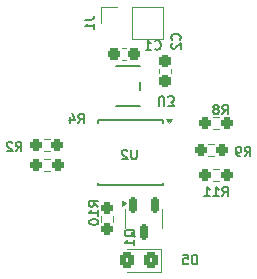
<source format=gbr>
%TF.GenerationSoftware,KiCad,Pcbnew,8.0.1*%
%TF.CreationDate,2025-01-22T19:50:13-07:00*%
%TF.ProjectId,ColorSensing,436f6c6f-7253-4656-9e73-696e672e6b69,rev?*%
%TF.SameCoordinates,Original*%
%TF.FileFunction,Legend,Bot*%
%TF.FilePolarity,Positive*%
%FSLAX46Y46*%
G04 Gerber Fmt 4.6, Leading zero omitted, Abs format (unit mm)*
G04 Created by KiCad (PCBNEW 8.0.1) date 2025-01-22 19:50:13*
%MOMM*%
%LPD*%
G01*
G04 APERTURE LIST*
G04 Aperture macros list*
%AMRoundRect*
0 Rectangle with rounded corners*
0 $1 Rounding radius*
0 $2 $3 $4 $5 $6 $7 $8 $9 X,Y pos of 4 corners*
0 Add a 4 corners polygon primitive as box body*
4,1,4,$2,$3,$4,$5,$6,$7,$8,$9,$2,$3,0*
0 Add four circle primitives for the rounded corners*
1,1,$1+$1,$2,$3*
1,1,$1+$1,$4,$5*
1,1,$1+$1,$6,$7*
1,1,$1+$1,$8,$9*
0 Add four rect primitives between the rounded corners*
20,1,$1+$1,$2,$3,$4,$5,0*
20,1,$1+$1,$4,$5,$6,$7,0*
20,1,$1+$1,$6,$7,$8,$9,0*
20,1,$1+$1,$8,$9,$2,$3,0*%
G04 Aperture macros list end*
%ADD10C,0.150000*%
%ADD11C,0.120000*%
%ADD12C,0.152400*%
%ADD13C,2.500000*%
%ADD14R,1.800000X1.800000*%
%ADD15C,1.800000*%
%ADD16RoundRect,0.237500X0.250000X0.237500X-0.250000X0.237500X-0.250000X-0.237500X0.250000X-0.237500X0*%
%ADD17RoundRect,0.237500X0.237500X-0.250000X0.237500X0.250000X-0.237500X0.250000X-0.237500X-0.250000X0*%
%ADD18RoundRect,0.150000X-0.150000X0.512500X-0.150000X-0.512500X0.150000X-0.512500X0.150000X0.512500X0*%
%ADD19R,1.320800X0.508000*%
%ADD20RoundRect,0.237500X0.300000X0.237500X-0.300000X0.237500X-0.300000X-0.237500X0.300000X-0.237500X0*%
%ADD21RoundRect,0.237500X-0.237500X0.300000X-0.237500X-0.300000X0.237500X-0.300000X0.237500X0.300000X0*%
%ADD22RoundRect,0.250000X0.325000X0.450000X-0.325000X0.450000X-0.325000X-0.450000X0.325000X-0.450000X0*%
%ADD23RoundRect,0.237500X-0.250000X-0.237500X0.250000X-0.237500X0.250000X0.237500X-0.250000X0.237500X0*%
%ADD24R,1.700000X0.650000*%
%ADD25R,1.700000X1.700000*%
%ADD26O,1.700000X1.700000*%
G04 APERTURE END LIST*
D10*
X117183332Y-81532295D02*
X117449999Y-81151342D01*
X117640475Y-81532295D02*
X117640475Y-80732295D01*
X117640475Y-80732295D02*
X117335713Y-80732295D01*
X117335713Y-80732295D02*
X117259523Y-80770390D01*
X117259523Y-80770390D02*
X117221428Y-80808485D01*
X117221428Y-80808485D02*
X117183332Y-80884676D01*
X117183332Y-80884676D02*
X117183332Y-80998961D01*
X117183332Y-80998961D02*
X117221428Y-81075152D01*
X117221428Y-81075152D02*
X117259523Y-81113247D01*
X117259523Y-81113247D02*
X117335713Y-81151342D01*
X117335713Y-81151342D02*
X117640475Y-81151342D01*
X116878571Y-80808485D02*
X116840475Y-80770390D01*
X116840475Y-80770390D02*
X116764285Y-80732295D01*
X116764285Y-80732295D02*
X116573809Y-80732295D01*
X116573809Y-80732295D02*
X116497618Y-80770390D01*
X116497618Y-80770390D02*
X116459523Y-80808485D01*
X116459523Y-80808485D02*
X116421428Y-80884676D01*
X116421428Y-80884676D02*
X116421428Y-80960866D01*
X116421428Y-80960866D02*
X116459523Y-81075152D01*
X116459523Y-81075152D02*
X116916666Y-81532295D01*
X116916666Y-81532295D02*
X116421428Y-81532295D01*
X124162295Y-86235714D02*
X123781342Y-85969047D01*
X124162295Y-85778571D02*
X123362295Y-85778571D01*
X123362295Y-85778571D02*
X123362295Y-86083333D01*
X123362295Y-86083333D02*
X123400390Y-86159523D01*
X123400390Y-86159523D02*
X123438485Y-86197618D01*
X123438485Y-86197618D02*
X123514676Y-86235714D01*
X123514676Y-86235714D02*
X123628961Y-86235714D01*
X123628961Y-86235714D02*
X123705152Y-86197618D01*
X123705152Y-86197618D02*
X123743247Y-86159523D01*
X123743247Y-86159523D02*
X123781342Y-86083333D01*
X123781342Y-86083333D02*
X123781342Y-85778571D01*
X124162295Y-86997618D02*
X124162295Y-86540475D01*
X124162295Y-86769047D02*
X123362295Y-86769047D01*
X123362295Y-86769047D02*
X123476580Y-86692856D01*
X123476580Y-86692856D02*
X123552771Y-86616666D01*
X123552771Y-86616666D02*
X123590866Y-86540475D01*
X123362295Y-87492857D02*
X123362295Y-87569047D01*
X123362295Y-87569047D02*
X123400390Y-87645238D01*
X123400390Y-87645238D02*
X123438485Y-87683333D01*
X123438485Y-87683333D02*
X123514676Y-87721428D01*
X123514676Y-87721428D02*
X123667057Y-87759523D01*
X123667057Y-87759523D02*
X123857533Y-87759523D01*
X123857533Y-87759523D02*
X124009914Y-87721428D01*
X124009914Y-87721428D02*
X124086104Y-87683333D01*
X124086104Y-87683333D02*
X124124200Y-87645238D01*
X124124200Y-87645238D02*
X124162295Y-87569047D01*
X124162295Y-87569047D02*
X124162295Y-87492857D01*
X124162295Y-87492857D02*
X124124200Y-87416666D01*
X124124200Y-87416666D02*
X124086104Y-87378571D01*
X124086104Y-87378571D02*
X124009914Y-87340476D01*
X124009914Y-87340476D02*
X123857533Y-87302380D01*
X123857533Y-87302380D02*
X123667057Y-87302380D01*
X123667057Y-87302380D02*
X123514676Y-87340476D01*
X123514676Y-87340476D02*
X123438485Y-87378571D01*
X123438485Y-87378571D02*
X123400390Y-87416666D01*
X123400390Y-87416666D02*
X123362295Y-87492857D01*
X127248485Y-88783809D02*
X127210390Y-88707619D01*
X127210390Y-88707619D02*
X127134200Y-88631428D01*
X127134200Y-88631428D02*
X127019914Y-88517142D01*
X127019914Y-88517142D02*
X126981819Y-88440952D01*
X126981819Y-88440952D02*
X126981819Y-88364761D01*
X127172295Y-88402857D02*
X127134200Y-88326666D01*
X127134200Y-88326666D02*
X127058009Y-88250476D01*
X127058009Y-88250476D02*
X126905628Y-88212380D01*
X126905628Y-88212380D02*
X126638961Y-88212380D01*
X126638961Y-88212380D02*
X126486580Y-88250476D01*
X126486580Y-88250476D02*
X126410390Y-88326666D01*
X126410390Y-88326666D02*
X126372295Y-88402857D01*
X126372295Y-88402857D02*
X126372295Y-88555238D01*
X126372295Y-88555238D02*
X126410390Y-88631428D01*
X126410390Y-88631428D02*
X126486580Y-88707619D01*
X126486580Y-88707619D02*
X126638961Y-88745714D01*
X126638961Y-88745714D02*
X126905628Y-88745714D01*
X126905628Y-88745714D02*
X127058009Y-88707619D01*
X127058009Y-88707619D02*
X127134200Y-88631428D01*
X127134200Y-88631428D02*
X127172295Y-88555238D01*
X127172295Y-88555238D02*
X127172295Y-88402857D01*
X127172295Y-89507618D02*
X127172295Y-89050475D01*
X127172295Y-89279047D02*
X126372295Y-89279047D01*
X126372295Y-89279047D02*
X126486580Y-89202856D01*
X126486580Y-89202856D02*
X126562771Y-89126666D01*
X126562771Y-89126666D02*
X126600866Y-89050475D01*
X129280476Y-77687704D02*
X129280476Y-77040085D01*
X129280476Y-77040085D02*
X129318571Y-76963895D01*
X129318571Y-76963895D02*
X129356666Y-76925800D01*
X129356666Y-76925800D02*
X129432857Y-76887704D01*
X129432857Y-76887704D02*
X129585238Y-76887704D01*
X129585238Y-76887704D02*
X129661428Y-76925800D01*
X129661428Y-76925800D02*
X129699523Y-76963895D01*
X129699523Y-76963895D02*
X129737619Y-77040085D01*
X129737619Y-77040085D02*
X129737619Y-77687704D01*
X130042380Y-77687704D02*
X130537618Y-77687704D01*
X130537618Y-77687704D02*
X130270952Y-77382942D01*
X130270952Y-77382942D02*
X130385237Y-77382942D01*
X130385237Y-77382942D02*
X130461428Y-77344847D01*
X130461428Y-77344847D02*
X130499523Y-77306752D01*
X130499523Y-77306752D02*
X130537618Y-77230561D01*
X130537618Y-77230561D02*
X130537618Y-77040085D01*
X130537618Y-77040085D02*
X130499523Y-76963895D01*
X130499523Y-76963895D02*
X130461428Y-76925800D01*
X130461428Y-76925800D02*
X130385237Y-76887704D01*
X130385237Y-76887704D02*
X130156666Y-76887704D01*
X130156666Y-76887704D02*
X130080475Y-76925800D01*
X130080475Y-76925800D02*
X130042380Y-76963895D01*
X128933332Y-72886104D02*
X128971428Y-72924200D01*
X128971428Y-72924200D02*
X129085713Y-72962295D01*
X129085713Y-72962295D02*
X129161904Y-72962295D01*
X129161904Y-72962295D02*
X129276190Y-72924200D01*
X129276190Y-72924200D02*
X129352380Y-72848009D01*
X129352380Y-72848009D02*
X129390475Y-72771819D01*
X129390475Y-72771819D02*
X129428571Y-72619438D01*
X129428571Y-72619438D02*
X129428571Y-72505152D01*
X129428571Y-72505152D02*
X129390475Y-72352771D01*
X129390475Y-72352771D02*
X129352380Y-72276580D01*
X129352380Y-72276580D02*
X129276190Y-72200390D01*
X129276190Y-72200390D02*
X129161904Y-72162295D01*
X129161904Y-72162295D02*
X129085713Y-72162295D01*
X129085713Y-72162295D02*
X128971428Y-72200390D01*
X128971428Y-72200390D02*
X128933332Y-72238485D01*
X128171428Y-72962295D02*
X128628571Y-72962295D01*
X128399999Y-72962295D02*
X128399999Y-72162295D01*
X128399999Y-72162295D02*
X128476190Y-72276580D01*
X128476190Y-72276580D02*
X128552380Y-72352771D01*
X128552380Y-72352771D02*
X128628571Y-72390866D01*
X131036104Y-72116667D02*
X131074200Y-72078571D01*
X131074200Y-72078571D02*
X131112295Y-71964286D01*
X131112295Y-71964286D02*
X131112295Y-71888095D01*
X131112295Y-71888095D02*
X131074200Y-71773809D01*
X131074200Y-71773809D02*
X130998009Y-71697619D01*
X130998009Y-71697619D02*
X130921819Y-71659524D01*
X130921819Y-71659524D02*
X130769438Y-71621428D01*
X130769438Y-71621428D02*
X130655152Y-71621428D01*
X130655152Y-71621428D02*
X130502771Y-71659524D01*
X130502771Y-71659524D02*
X130426580Y-71697619D01*
X130426580Y-71697619D02*
X130350390Y-71773809D01*
X130350390Y-71773809D02*
X130312295Y-71888095D01*
X130312295Y-71888095D02*
X130312295Y-71964286D01*
X130312295Y-71964286D02*
X130350390Y-72078571D01*
X130350390Y-72078571D02*
X130388485Y-72116667D01*
X130388485Y-72421428D02*
X130350390Y-72459524D01*
X130350390Y-72459524D02*
X130312295Y-72535714D01*
X130312295Y-72535714D02*
X130312295Y-72726190D01*
X130312295Y-72726190D02*
X130350390Y-72802381D01*
X130350390Y-72802381D02*
X130388485Y-72840476D01*
X130388485Y-72840476D02*
X130464676Y-72878571D01*
X130464676Y-72878571D02*
X130540866Y-72878571D01*
X130540866Y-72878571D02*
X130655152Y-72840476D01*
X130655152Y-72840476D02*
X131112295Y-72383333D01*
X131112295Y-72383333D02*
X131112295Y-72878571D01*
X136553332Y-81982295D02*
X136819999Y-81601342D01*
X137010475Y-81982295D02*
X137010475Y-81182295D01*
X137010475Y-81182295D02*
X136705713Y-81182295D01*
X136705713Y-81182295D02*
X136629523Y-81220390D01*
X136629523Y-81220390D02*
X136591428Y-81258485D01*
X136591428Y-81258485D02*
X136553332Y-81334676D01*
X136553332Y-81334676D02*
X136553332Y-81448961D01*
X136553332Y-81448961D02*
X136591428Y-81525152D01*
X136591428Y-81525152D02*
X136629523Y-81563247D01*
X136629523Y-81563247D02*
X136705713Y-81601342D01*
X136705713Y-81601342D02*
X137010475Y-81601342D01*
X136172380Y-81982295D02*
X136019999Y-81982295D01*
X136019999Y-81982295D02*
X135943809Y-81944200D01*
X135943809Y-81944200D02*
X135905713Y-81906104D01*
X135905713Y-81906104D02*
X135829523Y-81791819D01*
X135829523Y-81791819D02*
X135791428Y-81639438D01*
X135791428Y-81639438D02*
X135791428Y-81334676D01*
X135791428Y-81334676D02*
X135829523Y-81258485D01*
X135829523Y-81258485D02*
X135867618Y-81220390D01*
X135867618Y-81220390D02*
X135943809Y-81182295D01*
X135943809Y-81182295D02*
X136096190Y-81182295D01*
X136096190Y-81182295D02*
X136172380Y-81220390D01*
X136172380Y-81220390D02*
X136210475Y-81258485D01*
X136210475Y-81258485D02*
X136248571Y-81334676D01*
X136248571Y-81334676D02*
X136248571Y-81525152D01*
X136248571Y-81525152D02*
X136210475Y-81601342D01*
X136210475Y-81601342D02*
X136172380Y-81639438D01*
X136172380Y-81639438D02*
X136096190Y-81677533D01*
X136096190Y-81677533D02*
X135943809Y-81677533D01*
X135943809Y-81677533D02*
X135867618Y-81639438D01*
X135867618Y-81639438D02*
X135829523Y-81601342D01*
X135829523Y-81601342D02*
X135791428Y-81525152D01*
X132505475Y-91102295D02*
X132505475Y-90302295D01*
X132505475Y-90302295D02*
X132314999Y-90302295D01*
X132314999Y-90302295D02*
X132200713Y-90340390D01*
X132200713Y-90340390D02*
X132124523Y-90416580D01*
X132124523Y-90416580D02*
X132086428Y-90492771D01*
X132086428Y-90492771D02*
X132048332Y-90645152D01*
X132048332Y-90645152D02*
X132048332Y-90759438D01*
X132048332Y-90759438D02*
X132086428Y-90911819D01*
X132086428Y-90911819D02*
X132124523Y-90988009D01*
X132124523Y-90988009D02*
X132200713Y-91064200D01*
X132200713Y-91064200D02*
X132314999Y-91102295D01*
X132314999Y-91102295D02*
X132505475Y-91102295D01*
X131324523Y-90302295D02*
X131705475Y-90302295D01*
X131705475Y-90302295D02*
X131743571Y-90683247D01*
X131743571Y-90683247D02*
X131705475Y-90645152D01*
X131705475Y-90645152D02*
X131629285Y-90607057D01*
X131629285Y-90607057D02*
X131438809Y-90607057D01*
X131438809Y-90607057D02*
X131362618Y-90645152D01*
X131362618Y-90645152D02*
X131324523Y-90683247D01*
X131324523Y-90683247D02*
X131286428Y-90759438D01*
X131286428Y-90759438D02*
X131286428Y-90949914D01*
X131286428Y-90949914D02*
X131324523Y-91026104D01*
X131324523Y-91026104D02*
X131362618Y-91064200D01*
X131362618Y-91064200D02*
X131438809Y-91102295D01*
X131438809Y-91102295D02*
X131629285Y-91102295D01*
X131629285Y-91102295D02*
X131705475Y-91064200D01*
X131705475Y-91064200D02*
X131743571Y-91026104D01*
X122458332Y-79162295D02*
X122724999Y-78781342D01*
X122915475Y-79162295D02*
X122915475Y-78362295D01*
X122915475Y-78362295D02*
X122610713Y-78362295D01*
X122610713Y-78362295D02*
X122534523Y-78400390D01*
X122534523Y-78400390D02*
X122496428Y-78438485D01*
X122496428Y-78438485D02*
X122458332Y-78514676D01*
X122458332Y-78514676D02*
X122458332Y-78628961D01*
X122458332Y-78628961D02*
X122496428Y-78705152D01*
X122496428Y-78705152D02*
X122534523Y-78743247D01*
X122534523Y-78743247D02*
X122610713Y-78781342D01*
X122610713Y-78781342D02*
X122915475Y-78781342D01*
X121772618Y-78628961D02*
X121772618Y-79162295D01*
X121963094Y-78324200D02*
X122153571Y-78895628D01*
X122153571Y-78895628D02*
X121658332Y-78895628D01*
X134651785Y-85362295D02*
X134918452Y-84981342D01*
X135108928Y-85362295D02*
X135108928Y-84562295D01*
X135108928Y-84562295D02*
X134804166Y-84562295D01*
X134804166Y-84562295D02*
X134727976Y-84600390D01*
X134727976Y-84600390D02*
X134689881Y-84638485D01*
X134689881Y-84638485D02*
X134651785Y-84714676D01*
X134651785Y-84714676D02*
X134651785Y-84828961D01*
X134651785Y-84828961D02*
X134689881Y-84905152D01*
X134689881Y-84905152D02*
X134727976Y-84943247D01*
X134727976Y-84943247D02*
X134804166Y-84981342D01*
X134804166Y-84981342D02*
X135108928Y-84981342D01*
X133889881Y-85362295D02*
X134347024Y-85362295D01*
X134118452Y-85362295D02*
X134118452Y-84562295D01*
X134118452Y-84562295D02*
X134194643Y-84676580D01*
X134194643Y-84676580D02*
X134270833Y-84752771D01*
X134270833Y-84752771D02*
X134347024Y-84790866D01*
X133127976Y-85362295D02*
X133585119Y-85362295D01*
X133356547Y-85362295D02*
X133356547Y-84562295D01*
X133356547Y-84562295D02*
X133432738Y-84676580D01*
X133432738Y-84676580D02*
X133508928Y-84752771D01*
X133508928Y-84752771D02*
X133585119Y-84790866D01*
X134653332Y-78412295D02*
X134919999Y-78031342D01*
X135110475Y-78412295D02*
X135110475Y-77612295D01*
X135110475Y-77612295D02*
X134805713Y-77612295D01*
X134805713Y-77612295D02*
X134729523Y-77650390D01*
X134729523Y-77650390D02*
X134691428Y-77688485D01*
X134691428Y-77688485D02*
X134653332Y-77764676D01*
X134653332Y-77764676D02*
X134653332Y-77878961D01*
X134653332Y-77878961D02*
X134691428Y-77955152D01*
X134691428Y-77955152D02*
X134729523Y-77993247D01*
X134729523Y-77993247D02*
X134805713Y-78031342D01*
X134805713Y-78031342D02*
X135110475Y-78031342D01*
X134196190Y-77955152D02*
X134272380Y-77917057D01*
X134272380Y-77917057D02*
X134310475Y-77878961D01*
X134310475Y-77878961D02*
X134348571Y-77802771D01*
X134348571Y-77802771D02*
X134348571Y-77764676D01*
X134348571Y-77764676D02*
X134310475Y-77688485D01*
X134310475Y-77688485D02*
X134272380Y-77650390D01*
X134272380Y-77650390D02*
X134196190Y-77612295D01*
X134196190Y-77612295D02*
X134043809Y-77612295D01*
X134043809Y-77612295D02*
X133967618Y-77650390D01*
X133967618Y-77650390D02*
X133929523Y-77688485D01*
X133929523Y-77688485D02*
X133891428Y-77764676D01*
X133891428Y-77764676D02*
X133891428Y-77802771D01*
X133891428Y-77802771D02*
X133929523Y-77878961D01*
X133929523Y-77878961D02*
X133967618Y-77917057D01*
X133967618Y-77917057D02*
X134043809Y-77955152D01*
X134043809Y-77955152D02*
X134196190Y-77955152D01*
X134196190Y-77955152D02*
X134272380Y-77993247D01*
X134272380Y-77993247D02*
X134310475Y-78031342D01*
X134310475Y-78031342D02*
X134348571Y-78107533D01*
X134348571Y-78107533D02*
X134348571Y-78259914D01*
X134348571Y-78259914D02*
X134310475Y-78336104D01*
X134310475Y-78336104D02*
X134272380Y-78374200D01*
X134272380Y-78374200D02*
X134196190Y-78412295D01*
X134196190Y-78412295D02*
X134043809Y-78412295D01*
X134043809Y-78412295D02*
X133967618Y-78374200D01*
X133967618Y-78374200D02*
X133929523Y-78336104D01*
X133929523Y-78336104D02*
X133891428Y-78259914D01*
X133891428Y-78259914D02*
X133891428Y-78107533D01*
X133891428Y-78107533D02*
X133929523Y-78031342D01*
X133929523Y-78031342D02*
X133967618Y-77993247D01*
X133967618Y-77993247D02*
X134043809Y-77955152D01*
X127389523Y-81422295D02*
X127389523Y-82069914D01*
X127389523Y-82069914D02*
X127351428Y-82146104D01*
X127351428Y-82146104D02*
X127313333Y-82184200D01*
X127313333Y-82184200D02*
X127237142Y-82222295D01*
X127237142Y-82222295D02*
X127084761Y-82222295D01*
X127084761Y-82222295D02*
X127008571Y-82184200D01*
X127008571Y-82184200D02*
X126970476Y-82146104D01*
X126970476Y-82146104D02*
X126932380Y-82069914D01*
X126932380Y-82069914D02*
X126932380Y-81422295D01*
X126589524Y-81498485D02*
X126551428Y-81460390D01*
X126551428Y-81460390D02*
X126475238Y-81422295D01*
X126475238Y-81422295D02*
X126284762Y-81422295D01*
X126284762Y-81422295D02*
X126208571Y-81460390D01*
X126208571Y-81460390D02*
X126170476Y-81498485D01*
X126170476Y-81498485D02*
X126132381Y-81574676D01*
X126132381Y-81574676D02*
X126132381Y-81650866D01*
X126132381Y-81650866D02*
X126170476Y-81765152D01*
X126170476Y-81765152D02*
X126627619Y-82222295D01*
X126627619Y-82222295D02*
X126132381Y-82222295D01*
X122982295Y-70413333D02*
X123553723Y-70413333D01*
X123553723Y-70413333D02*
X123668009Y-70375238D01*
X123668009Y-70375238D02*
X123744200Y-70299047D01*
X123744200Y-70299047D02*
X123782295Y-70184762D01*
X123782295Y-70184762D02*
X123782295Y-70108571D01*
X123782295Y-71213333D02*
X123782295Y-70756190D01*
X123782295Y-70984762D02*
X122982295Y-70984762D01*
X122982295Y-70984762D02*
X123096580Y-70908571D01*
X123096580Y-70908571D02*
X123172771Y-70832381D01*
X123172771Y-70832381D02*
X123210866Y-70756190D01*
D11*
%TO.C,R2*%
X119552776Y-82197500D02*
X120062224Y-82197500D01*
X119552776Y-83242500D02*
X120062224Y-83242500D01*
%TO.C,R10*%
X124347500Y-87002776D02*
X124347500Y-87512224D01*
X125392500Y-87002776D02*
X125392500Y-87512224D01*
%TO.C,Q1*%
X126440000Y-86457500D02*
X126440000Y-87257500D01*
X126440000Y-88057500D02*
X126440000Y-87257500D01*
X129560000Y-86457500D02*
X129560000Y-87257500D01*
X129560000Y-88057500D02*
X129560000Y-87257500D01*
X126490000Y-85957500D02*
X126160000Y-86197500D01*
X126160000Y-85717500D01*
X126490000Y-85957500D01*
G36*
X126490000Y-85957500D02*
G01*
X126160000Y-86197500D01*
X126160000Y-85717500D01*
X126490000Y-85957500D01*
G37*
D12*
%TO.C,U3*%
X125635900Y-77696399D02*
X127693300Y-77696399D01*
X127693300Y-74343599D02*
X125635900Y-74343599D01*
X127693300Y-76383260D02*
X127693300Y-75656738D01*
D11*
%TO.C,C1*%
X126191233Y-72810000D02*
X126483767Y-72810000D01*
X126191233Y-73830000D02*
X126483767Y-73830000D01*
%TO.C,C2*%
X129290000Y-74908767D02*
X129290000Y-74616233D01*
X130310000Y-74908767D02*
X130310000Y-74616233D01*
%TO.C,R9*%
X133477776Y-80907500D02*
X133987224Y-80907500D01*
X133477776Y-81952500D02*
X133987224Y-81952500D01*
%TO.C,D5*%
X126570000Y-91740000D02*
X129430000Y-91740000D01*
X129430000Y-89820000D02*
X126570000Y-89820000D01*
X129430000Y-91740000D02*
X129430000Y-89820000D01*
%TO.C,R4*%
X119522776Y-80477500D02*
X120032224Y-80477500D01*
X119522776Y-81522500D02*
X120032224Y-81522500D01*
%TO.C,R11*%
X134392224Y-83047500D02*
X133882776Y-83047500D01*
X134392224Y-84092500D02*
X133882776Y-84092500D01*
%TO.C,R8*%
X134392224Y-78657500D02*
X133882776Y-78657500D01*
X134392224Y-79702500D02*
X133882776Y-79702500D01*
D10*
%TO.C,U2*%
X124090000Y-78930000D02*
X129590000Y-78930000D01*
X124090000Y-79135000D02*
X124090000Y-78930000D01*
X124090000Y-84235000D02*
X124090000Y-84440000D01*
X124090000Y-84440000D02*
X129590000Y-84440000D01*
X129590000Y-79135000D02*
X129590000Y-78930000D01*
X129590000Y-84235000D02*
X129590000Y-84440000D01*
D11*
X130140000Y-79185000D02*
X129900000Y-78855000D01*
X130380000Y-78855000D01*
X130140000Y-79185000D01*
G36*
X130140000Y-79185000D02*
G01*
X129900000Y-78855000D01*
X130380000Y-78855000D01*
X130140000Y-79185000D01*
G37*
%TO.C,J1*%
X124420000Y-69350000D02*
X125750000Y-69350000D01*
X124420000Y-70680000D02*
X124420000Y-69350000D01*
X127020000Y-72010000D02*
X127020000Y-69350000D01*
X129620000Y-69350000D02*
X127020000Y-69350000D01*
X129620000Y-72010000D02*
X127020000Y-72010000D01*
X129620000Y-72010000D02*
X129620000Y-69350000D01*
%TD*%
%LPC*%
D13*
%TO.C,H4*%
X135000000Y-93640000D03*
%TD*%
%TO.C,H3*%
X118500000Y-93640000D03*
%TD*%
%TO.C,H2*%
X135000000Y-70000000D03*
%TD*%
%TO.C,H1*%
X118500000Y-70000000D03*
%TD*%
D14*
%TO.C,D4*%
X132500000Y-88780000D03*
D15*
X135040000Y-88780000D03*
%TD*%
D14*
%TO.C,D1*%
X119000000Y-75000000D03*
D15*
X121540000Y-75000000D03*
%TD*%
D14*
%TO.C,D3*%
X119000000Y-88780000D03*
D15*
X121540000Y-88780000D03*
%TD*%
D14*
%TO.C,D2*%
X132500000Y-75000000D03*
D15*
X135040000Y-75000000D03*
%TD*%
D16*
%TO.C,R2*%
X120720000Y-82720000D03*
X118895000Y-82720000D03*
%TD*%
D17*
%TO.C,R10*%
X124870000Y-88170000D03*
X124870000Y-86345000D03*
%TD*%
D18*
%TO.C,Q1*%
X127050000Y-86120000D03*
X128950000Y-86120000D03*
X128000000Y-88395000D03*
%TD*%
D19*
%TO.C,U3*%
X125369200Y-76970000D03*
X125369200Y-76019999D03*
X125369200Y-75069998D03*
X127960000Y-75069998D03*
X127960000Y-76970000D03*
%TD*%
D20*
%TO.C,C1*%
X127200000Y-73320000D03*
X125475000Y-73320000D03*
%TD*%
D21*
%TO.C,C2*%
X129800000Y-73900000D03*
X129800000Y-75625000D03*
%TD*%
D16*
%TO.C,R9*%
X134645000Y-81430000D03*
X132820000Y-81430000D03*
%TD*%
D22*
%TO.C,D5*%
X128595000Y-90780000D03*
X126545000Y-90780000D03*
%TD*%
D16*
%TO.C,R4*%
X120690000Y-81000000D03*
X118865000Y-81000000D03*
%TD*%
D23*
%TO.C,R11*%
X133225000Y-83570000D03*
X135050000Y-83570000D03*
%TD*%
%TO.C,R8*%
X133225000Y-79180000D03*
X135050000Y-79180000D03*
%TD*%
D24*
%TO.C,U2*%
X130490000Y-79780000D03*
X130490000Y-81050000D03*
X130490000Y-82320000D03*
X130490000Y-83590000D03*
X123190000Y-83590000D03*
X123190000Y-82320000D03*
X123190000Y-81050000D03*
X123190000Y-79780000D03*
%TD*%
D25*
%TO.C,J1*%
X125750000Y-70680000D03*
D26*
X128290000Y-70680000D03*
%TD*%
%LPD*%
M02*

</source>
